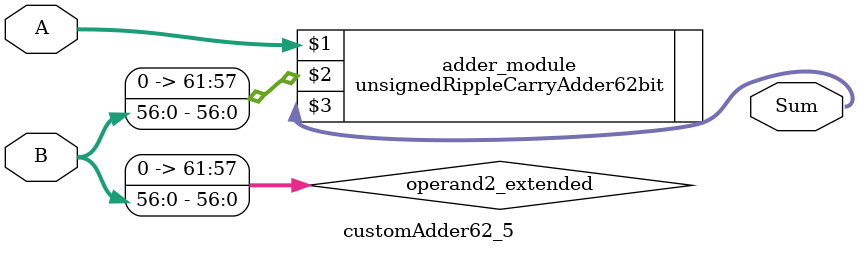
<source format=v>
module customAdder62_5(
                        input [61 : 0] A,
                        input [56 : 0] B,
                        
                        output [62 : 0] Sum
                );

        wire [61 : 0] operand2_extended;
        
        assign operand2_extended =  {5'b0, B};
        
        unsignedRippleCarryAdder62bit adder_module(
            A,
            operand2_extended,
            Sum
        );
        
        endmodule
        
</source>
